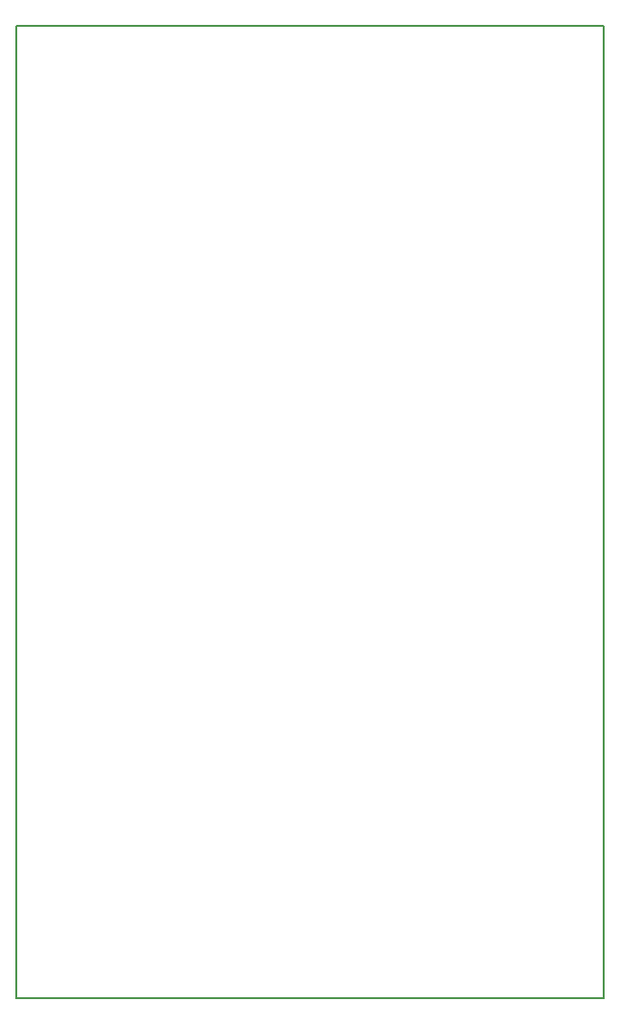
<source format=gko>
G04 Layer_Color=16711935*
%FSLAX43Y43*%
%MOMM*%
G71*
G01*
G75*
%ADD47C,0.200*%
D47*
X0Y86000D02*
X52000D01*
Y0D02*
Y86000D01*
X0Y0D02*
X52000D01*
X0D02*
Y86000D01*
M02*

</source>
